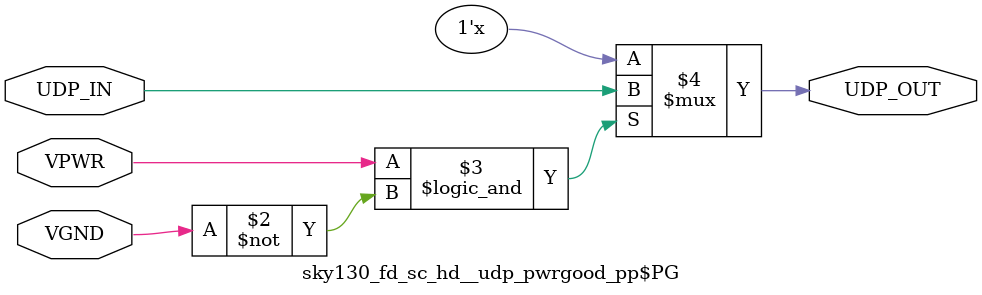
<source format=sv>
`resetall
`default_nettype none
`timescale 1ns / 1ps


/**
 * udp_dff$NSR: Negative edge triggered D flip-flop (Q output UDP)
 *              with both active high reset and set (set dominate).
 */
module sky130_fd_sc_hd__udp_dff$NSR #(parameter UNIT_DELAY=0) (
    Q    ,
    SET  ,
    RESET,
    CLK_N,
    D
);

    output reg Q    ;
    input  wire SET  ;
    input  wire RESET;
    input  wire CLK_N;
    input  wire D    ;

    always @(posedge CLK_N or posedge SET or posedge RESET) begin
        if (SET)
            Q <= #UNIT_DELAY 1;
        else if (RESET)
            Q <= #UNIT_DELAY 0;
        else
            Q <= #UNIT_DELAY D;
    end

`ifdef nope
    table
     // SET RESET CLK_N  D  :  Qt : Qt+1
         0    1     ?    ?  :  ?  :  0    ; // Asserting reset
         0    *     ?    ?  :  0  :  0    ; // Changing reset
         1    ?     ?    ?  :  ?  :  1    ; // Asserting set (dominates reset)
         *    0     ?    ?  :  1  :  1    ; // Changing set
         0    ?    (01)  0  :  ?  :  0    ; // rising clock
         ?    0    (01)  1  :  ?  :  1    ; // rising clock
         0    ?     p    0  :  0  :  0    ; // potential rising clock
         ?    0     p    1  :  1  :  1    ; // potential rising clock
         0    0     n    ?  :  ?  :  -    ; // Clock falling register output does not change
         0    0     ?    *  :  ?  :  -    ; // Changing Data
    endtable
`endif

endmodule


/**
 * udp_dff$NSR_pp$PG$N: Negative edge triggered D flip-flop
 *                      (Q output UDP) with both active high reset and
 *                      set (set dominate). Includes VPWR and VGND
 *                      power pins and notifier pin.
 */
module sky130_fd_sc_hd__udp_dff$NSR_pp$PG$N #(parameter UNIT_DELAY=0) (
    Q       ,
    SET     ,
    RESET   ,
    CLK_N   ,
    D       ,
    NOTIFIER,
    VPWR    ,
    VGND
);

    output reg Q       ;
    input  wire SET     ;
    input  wire RESET   ;
    input  wire CLK_N   ;
    input  wire D       ;
    input  wire NOTIFIER;
    input  wire VPWR    ;
    input  wire VGND    ;

    always @(posedge CLK_N or posedge SET or posedge RESET) begin
        if (SET)
            Q <= #UNIT_DELAY 1;
        else if (RESET)
            Q <= #UNIT_DELAY 0;
        else
            Q <= #UNIT_DELAY D;
    end

`ifdef nope
    table
     //         SET          RESET CLK_N  D  NOTIFIER VPWR VGND :  Qt : Qt+1
                 0             1     b    ?     ?      1    0   :  ?  :  0    ; // Asserting reset
                 0             *     ?    ?     ?      1    0   :  0  :  0    ; // Changing reset
                 1             ?     b    ?     ?      1    0   :  ?  :  1    ; // Asserting set  (dominates reset)
                 *             0     ?    ?     ?      1    0   :  1  :  1    ; // Changing set
                 1             ?     n    ?     ?      1    0   :  1  :  1    ;
                 ?             1     n    ?     ?      1    0   :  0  :  0    ;
                 x             ?     n    ?     ?      1    0   :  1  :  1    ;
                 ?             x     n    ?     ?      1    0   :  0  :  0    ;
                 0             ?    (01)  0     ?      1    0   :  ?  :  0    ; // rising clock
                 ?             0    (01)  1     ?      1    0   :  ?  :  1    ; // rising clock
                 0             ?     p    0     ?      1    0   :  0  :  0    ; // potential rising clock
                 ?             0     p    1     ?      1    0   :  1  :  1    ; // potential rising clock
                 0             ?     x    0     ?      1    0   :  1  :  x    ;
                 ?             0     x    1     ?      1    0   :  0  :  x    ;
                 0             0     n    ?     ?      1    0   :  ?  :  -    ; // Clock falling register output does not change
                 0             0     ?    *     ?      1    0   :  ?  :  -    ; // Changing Data
        // ['IfDef(functional)', '']                 ?             ?     ?    ?     *      1    0   :  ?  :  -    ; // go to - on notify
        // ['Else', '']                 ?             ?     ?    ?     *      1    0   :  ?  :  X    ; // go to X on notify
        // ['EndIfDef(functional)', '']                 ?             ?     ?    ?     ?      *    0   :  ?  :  X    ; // any change on vpwr
                 ?             ?     ?    ?     ?      ?    *   :  ?  :  X    ; // any change on vgnd
    endtable
`endif

endmodule


/**
 * udp_dff$P: Positive edge triggered D flip-flop (Q output UDP).
 *
 */
module sky130_fd_sc_hd__udp_dff$P #(parameter UNIT_DELAY=0) (
    Q  ,
    D  ,
    CLK
);

    output reg Q  ;
    input  wire D  ;
    input  wire CLK;

    always @(posedge CLK) begin
        Q <= #UNIT_DELAY D;
    end

`ifdef nope
    table
     //  D  CLK  :  Qt : Qt+1
         1  (01) :  ?  :  1    ; // clocked data
         0  (01) :  ?  :  0    ;
         1  (x1) :  1  :  1    ; // reducing pessimism
         0  (x1) :  0  :  0    ;
         1  (0x) :  1  :  1    ;
         0  (0x) :  0  :  0    ;
         ?  (1x) :  ?  :  -    ; // no change on falling edge
         ?  (?0) :  ?  :  -    ;
         *   ?   :  ?  :  -    ; // ignore edges on data
    endtable
`endif

endmodule


/**
 * udp_dff$P_pp$PG$N: Positive edge triggered D flip-flop
 *                    (Q output UDP).
 */

module sky130_fd_sc_hd__udp_dff$P_pp$PG$N #(parameter UNIT_DELAY=0) (
    Q       ,
    D       ,
    CLK     ,
    NOTIFIER,
    VPWR    ,
    VGND
);

    output reg Q       ;
    input  wire D       ;
    input  wire CLK     ;
    input  wire NOTIFIER;
    input  wire VPWR    ;
    input  wire VGND    ;

    always @(posedge CLK) begin
        Q <= #UNIT_DELAY D;
    end

`ifdef nope
    table
     //          D           CLK  NOTIFIER VPWR VGND :  Qt : Qt+1
                 1           (01)    ?      1    0   :  ?  :  1    ; // clocked data
                 0           (01)    ?      1    0   :  ?  :  0    ;
                 1           (x1)    ?      1    0   :  1  :  1    ; // reducing pessimism
                 0           (x1)    ?      1    0   :  0  :  0    ;
                 1           (0x)    ?      1    0   :  1  :  1    ;
                 0           (0x)    ?      1    0   :  0  :  0    ;
                 0            x      ?      1    0   :  0  :  0    ; // Hold when CLK=X and D=Q
                 1            x      ?      1    0   :  1  :  1    ; // Hold when CLK=X and D=Q
                 ?           (?0)    ?      1    0   :  ?  :  -    ;
                 *            b      ?      1    0   :  ?  :  -    ; // ignore edges on data
        // ['IfDef(functional)', '']                 ?            ?      *      1    0   :  ?  :  -    ;
        // ['Else', '']                 ?            ?      *      1    0   :  ?  :  x    ;
        // ['EndIfDef(functional)', '']                 ?            ?      ?      *    ?   :  ?  :  x    ; // any change on vpwr
                 ?            ?      ?      ?    *   :  ?  :  x    ; // any change on vgnd
    endtable
`endif

endmodule


/**
 * udp_dff$PR: Positive edge triggered D flip-flop with active high
 */
module sky130_fd_sc_hd__udp_dff$PR #(parameter UNIT_DELAY=0) (
    Q    ,
    D    ,
    CLK  ,
    RESET
);

    output reg Q    ;
    input  wire D    ;
    input  wire CLK  ;
    input  wire RESET;

    always @(posedge CLK or posedge RESET) begin
        if (RESET)
            Q <= #UNIT_DELAY 0;
        else
            Q <= #UNIT_DELAY D;
    end

`ifdef nope
    table
     //  D  CLK  RESET :  Qt : Qt+1
         *   b     0   :  ?  :  -    ; // data event, hold unless CP==x
         ?  (?0)   0   :  ?  :  -    ; // CP => 0, hold
         ?   b    (?0) :  ?  :  -    ; // R => 0, hold unless CP==x
         ?   ?     1   :  ?  :  0    ; // async reset
         0   r     ?   :  ?  :  0    ; // clock data on CP
         1   r     0   :  ?  :  1    ; // clock data on CP
         0  (x1)   ?   :  0  :  0    ; // possible CP, hold when D==Q==0
         1  (x1)   0   :  1  :  1    ; // possible CP, hold when D==Q==1
         0   x     ?   :  0  :  0    ; // unkown CP, hold when D==Q==0
         1   x     0   :  1  :  1    ; // unkown CP, hold when D==Q==1
         ?   b    (?x) :  0  :  0    ; // R=>x, hold when Q==0 unless CP==x
    endtable
`endif

endmodule


/**
 * udp_dff$PR_pp$PG$N: Positive edge triggered D flip-flop with active
 *                     high
 */
module sky130_fd_sc_hd__udp_dff$PR_pp$PG$N #(parameter UNIT_DELAY=0) (
    Q       ,
    D       ,
    CLK     ,
    RESET   ,
    NOTIFIER,
    VPWR    ,
    VGND
);

    output reg Q       ;
    input  wire D       ;
    input  wire CLK     ;
    input  wire RESET   ;
    input  wire NOTIFIER;
    input  wire VPWR    ;
    input  wire VGND    ;

    always @(posedge CLK or posedge RESET) begin
        if (RESET)
            Q <= #UNIT_DELAY 0;
        else
            Q <= #UNIT_DELAY D;
    end

`ifdef nope
    table
     //          D           CLK  RESET NOTIFIER VPWR VGND :  Qt : Qt+1
                 *            b     0      ?      1    0   :  ?  :  -    ; // data event, hold unless CP==x
                 ?           (?0)   0      ?      1    0   :  ?  :  -    ; // CP => 0, hold
                 ?            b    (?0)    ?      1    0   :  ?  :  -    ; // R => 0, hold unless CP==x
                 ?            ?     1      ?      1    0   :  ?  :  0    ; // async reset
                 0            r     ?      ?      1    0   :  ?  :  0    ; // clock data on CP
                 1            r     0      ?      1    0   :  ?  :  1    ; // clock data on CP
                 0           (x1)   ?      ?      1    0   :  0  :  0    ; // possible CP, hold when D==Q==0
                 1           (x1)   0      ?      1    0   :  1  :  1    ; // possible CP, hold when D==Q==1
                 0            x     ?      ?      1    0   :  0  :  0    ; // unkown CP, hold when D==Q==0
                 1            x     0      ?      1    0   :  1  :  1    ; // unkown CP, hold when D==Q==1
                 ?            b    (?x)    ?      1    0   :  0  :  0    ; // R=>x, hold when Q==0 unless CP==x
                 ?           (?0)   x      ?      1    0   :  0  :  0    ;
        // ['IfDef(functional)', '']                 ?            ?     ?      *      1    0   :  ?  :  -    ; // Q => - on any change on notifier
        // ['Else', '']                 ?            ?     ?      *      1    0   :  ?  :  x    ; // Q => X on any change on notifier
        // ['EndIfDef(functional)', '']                 ?            ?     ?      ?      *    ?   :  ?  :  x    ; // Q => X on any change on vpwr
                 ?            ?     ?      ?      ?    *   :  ?  :  x    ; // Q => X on any change on vgnd
    endtable
`endif

endmodule


/**
 * udp_dff$PS: Positive edge triggered D flip-flop with active high
 */
module sky130_fd_sc_hd__udp_dff$PS #(parameter UNIT_DELAY=0) (
    Q  ,
    D  ,
    CLK,
    SET
);

    output reg Q  ;
    input  wire D  ;
    input  wire CLK;
    input  wire SET;

    always @(posedge CLK or posedge SET) begin
        if (SET)
            Q <= #UNIT_DELAY 1;
        else
            Q <= #UNIT_DELAY D;
    end

`ifdef nope
    table
     //  D  CLK  SET  :  Qt : Qt+1
         *   b    0   :  ?  :  -    ; // data event, hold unless CP==x
         ?  (?0)  0   :  ?  :  -    ; // CP => 0, hold
         ?   b   (?0) :  ?  :  -    ; // S => 0, hold unless CP==x
         ?   ?    1   :  ?  :  1    ; // async set
         0   r    0   :  ?  :  0    ; // clock data on CP
         1   r    ?   :  ?  :  1    ; // clock data on CP
         0  (x1)  0   :  0  :  0    ; // possible CP, hold when D==Q==0
         1  (x1)  ?   :  1  :  1    ; // possible CP, hold when D==Q==1
         0   x    0   :  0  :  0    ; // unkown CP, hold when D==Q==0
         1   x    ?   :  1  :  1    ; // unkown CP, hold when D==Q==1
         ?   b   (?x) :  1  :  1    ; // S=>x, hold when Q==1 unless CP==x
    endtable
`endif

endmodule


/**
 * udp_dff$PS_pp$PG$N: Positive edge triggered D flip-flop with active
 *                     high
 */
module sky130_fd_sc_hd__udp_dff$PS_pp$PG$N #(parameter UNIT_DELAY=0) (
    Q       ,
    D       ,
    CLK     ,
    SET     ,
    NOTIFIER,
    VPWR    ,
    VGND
);

    output reg Q       ;
    input  wire D       ;
    input  wire CLK     ;
    input  wire SET     ;
    input  wire NOTIFIER;
    input  wire VPWR    ;
    input  wire VGND    ;

    always @(posedge CLK or posedge SET) begin
        if (SET)
            Q <= #UNIT_DELAY 1;
        else
            Q <= #UNIT_DELAY D;
    end

`ifdef nope
    table
     //          D           CLK  SET  NOTIFIER VPWR VGND :  Qt : Qt+1
                 *            b    0      ?      1    0   :  ?  :  -    ; // data event, hold unless CP==x
                 ?           (?0)  0      ?      1    0   :  ?  :  -    ; // CP => 0, hold
                 ?            b   (?0)    ?      1    0   :  ?  :  -    ; // S => 0, hold unless CP==x
                 ?            ?    1      ?      1    0   :  ?  :  1    ; // async set
                 0            r    0      ?      1    0   :  ?  :  0    ; // clock data on CP
                 1            r    ?      ?      1    0   :  ?  :  1    ; // clock data on CP
                 0           (x1)  0      ?      1    0   :  0  :  0    ; // possible CP, hold when D==Q==0
                 1           (x1)  ?      ?      1    0   :  1  :  1    ; // possible CP, hold when D==Q==1
                 0            x    0      ?      1    0   :  0  :  0    ; // unkown CP, hold when D==Q==0
                 1            x    ?      ?      1    0   :  1  :  1    ; // unkown CP, hold when D==Q==1
                 ?            b   (?x)    ?      1    0   :  1  :  1    ; // S=>x, hold when Q==1 unless CP==x
                 ?           (?0)  x      ?      1    0   :  1  :  1    ;
        // ['IfDef(functional)', '']                 ?            ?    ?      *      1    0   :  ?  :  -    ; // Q => - on any change on notifier
        // ['Else', '']                 ?            ?    ?      *      1    0   :  ?  :  x    ; // Q => X on any change on notifier
        // ['EndIfDef(functional)', '']                 ?            ?    ?      ?      *    ?   :  ?  :  x    ; // Q => X on any change on vpwr
                 ?            ?    ?      ?      ?    *   :  ?  :  x    ; // Q => X on any change on vgnd
    endtable
`endif

endmodule


/**
 * udp_dlatch$lP: D-latch, gated standard drive / active high
 *                (Q output UDP)
 */
module sky130_fd_sc_hd__udp_dlatch$lP (
    Q   ,
    D   ,
    GATE
);

    output reg Q   ;
    input  wire D   ;
    input  wire GATE;

    always_latch begin
        if (GATE)
            Q = D;
    end

`ifdef nope
    table
     //  D  GATE :  Qt : Qt+1
         ?   0   :  ?  :  -    ; // hold
         0   1   :  ?  :  0    ; // pass 0
         1   1   :  ?  :  1    ; // pass 1
         0   x   :  0  :  0    ; // reduce pessimism
         1   x   :  1  :  1    ; // reduce pessimism
    endtable
`endif

endmodule


/**
 * udp_dlatch$lP_pp$PG$N: D-latch, gated standard drive / active high
 *                        (Q output UDP)
 */
module sky130_fd_sc_hd__udp_dlatch$lP_pp$PG$N (
    Q       ,
    D       ,
    GATE    ,
    NOTIFIER,
    VPWR    ,
    VGND
);

    output reg Q       ;
    input  wire D       ;
    input  wire GATE    ;
    input  wire NOTIFIER;
    input  wire VPWR    ;
    input  wire VGND    ;

    always_latch begin
        if (GATE)
            Q = D;
    end

`ifdef nope
    table
     //          D           GATE NOTIFIER VPWR VGND : Qtn : Qtn+1
                 *            0      ?      1    0   :  ?  :   -    ;
                 ?           (?0)    ?      1    0   :  ?  :   -    ;
                 ?           (1x)    ?      1    0   :  ?  :   -    ;
                 0           (0x)    ?      1    0   :  0  :   0    ;
                 1           (0x)    ?      1    0   :  1  :   1    ;
                 0           (x1)    ?      1    0   :  ?  :   0    ;
                 1           (x1)    ?      1    0   :  ?  :   1    ;
                (?0)          1      ?      1    0   :  ?  :   0    ;
                (?1)          1      ?      1    0   :  ?  :   1    ;
                 0           (01)    ?      1    0   :  ?  :   0    ;
                 1           (01)    ?      1    0   :  ?  :   1    ;
                (?1)          x      ?      1    0   :  1  :   1    ; // Reducing pessimism.
                (?0)          x      ?      1    0   :  0  :   0    ;
        // ['IfDef(functional)', '']                 ?            ?      *      1    0   :  ?  :   -    ;
        // ['Else', '']                 ?            ?      *      1    0   :  ?  :   x    ;
        // ['EndIfDef(functional)', '']                 ?            ?      ?      *    ?   :  ?  :   x    ; // any change on vpwr
                 ?            ?      ?      ?    *   :  ?  :   x    ; // any change on vgnd
    endtable
`endif

endmodule


/**
 * udp_dlatch$P: D-latch, gated standard drive / active high
 *               (Q output UDP)
 */
module sky130_fd_sc_hd__udp_dlatch$P (
    Q   ,
    D   ,
    GATE
);

    output reg Q   ;
    input  wire D   ;
    input  wire GATE;

    always_latch begin
        if (GATE)
            Q = D;
    end

`ifdef nope
    table
     //  D  GATE :  Qt : Qt+1
         ?   0   :  ?  :  -    ; // hold
         0   1   :  ?  :  0    ; // pass 0
         1   1   :  ?  :  1    ; // pass 1
         0   x   :  0  :  0    ; // reduce pessimism
         1   x   :  1  :  1    ; // reduce pessimism
    endtable
`endif
endmodule


/**
 * udp_dlatch$P_pp$PG$N: D-latch, gated standard drive / active high
 *                       (Q output UDP)
 */
module sky130_fd_sc_hd__udp_dlatch$P_pp$PG$N (
    Q       ,
    D       ,
    GATE    ,
    NOTIFIER,
    VPWR    ,
    VGND
);

    output reg Q       ;
    input  wire D       ;
    input  wire GATE    ;
    input  wire NOTIFIER;
    input  wire VPWR    ;
    input  wire VGND    ;

    always_latch begin
        if (GATE)
            Q = D;
    end

`ifdef nope
    table
     //          D           GATE NOTIFIER VPWR VGND : Qtn : Qtn+1
                 *            0      ?      1    0   :  ?  :   -    ;
                 ?           (?0)    ?      1    0   :  ?  :   -    ;
                 ?           (1x)    ?      1    0   :  ?  :   -    ;
                 0           (0x)    ?      1    0   :  0  :   0    ;
                 1           (0x)    ?      1    0   :  1  :   1    ;
                 0           (x1)    ?      1    0   :  ?  :   0    ;
                 1           (x1)    ?      1    0   :  ?  :   1    ;
                (?0)          1      ?      1    0   :  ?  :   0    ;
                (?1)          1      ?      1    0   :  ?  :   1    ;
                 0           (01)    ?      1    0   :  ?  :   0    ;
                 1           (01)    ?      1    0   :  ?  :   1    ;
                (?1)          x      ?      1    0   :  1  :   1    ; // Reducing pessimism.
                (?0)          x      ?      1    0   :  0  :   0    ;
        // ['IfDef(functional)', '']                 ?            ?      *      1    0   :  ?  :   -    ;
        // ['Else', '']                 ?            ?      *      1    0   :  ?  :   x    ;
        // ['EndIfDef(functional)', '']                 0            1      ?     (?1)  0   :  ?  :   0    ;
                 1            1      ?     (?1)  0   :  ?  :   1    ;
                 0            1      ?      1   (?0) :  ?  :   0    ;
                 1            1      ?      1   (?0) :  ?  :   1    ;
    endtable
`endif

endmodule


/**
 * udp_dlatch$PR: D-latch, gated clear direct / gate active high
 *                (Q output UDP)
 */
module sky130_fd_sc_hd__udp_dlatch$PR (
    Q    ,
    D    ,
    GATE ,
    RESET
);

    output reg Q    ;
    input  wire D    ;
    input  wire GATE ;
    input  wire RESET;

    always_latch begin
        if (RESET)
            Q = 0;
        else if (GATE)
            Q = D;
    end

`ifdef nope
    table
     //  D  GATE RESET :  Qt : Qt+1
         ?   0     0   :  ?  :  -    ; // hold
         0   1     0   :  ?  :  0    ; // pass 0
         1   1     0   :  ?  :  1    ; // pass 1
         ?   ?     1   :  ?  :  0    ; // async reset
         0   1     ?   :  ?  :  0    ; // reduce pessimism
         0   x     0   :  0  :  0    ; // reduce pessimism
         1   x     0   :  1  :  1    ; // reduce pessimism
         ?   0     x   :  0  :  0    ; // reduce pessimism
         0   x     x   :  0  :  0    ; // reduce pessimism
    endtable
`endif
endmodule


/**
 * udp_dlatch$PR_pp$PG$N: D-latch, gated clear direct / gate active
 *                        high (Q output UDP)
 */
module sky130_fd_sc_hd__udp_dlatch$PR_pp$PG$N (
    Q       ,
    D       ,
    GATE    ,
    RESET   ,
    NOTIFIER,
    VPWR    ,
    VGND
);

    output reg Q       ;
    input  wire D       ;
    input  wire GATE    ;
    input  wire RESET   ;
    input  wire NOTIFIER;
    input  wire VPWR    ;
    input  wire VGND    ;

    always_latch begin
        if (RESET)
            Q = 0;
        else if (GATE)
            Q = D;
    end

`ifdef nope
    table
     //          D           GATE RESET NOTIFIER VPWR VGND :  Qt : Qt+1
                 *            0     0      ?      1    0   :  ?  :  -    ;
                 ?            ?     1      ?      1    0   :  ?  :  0    ; // asynchro clear
                 ?           (?0)   0      ?      1    0   :  ?  :  -    ; // Changed R=? to R=0 ; jek 08/14/06/
                 ?           (1x)   0      ?      1    0   :  ?  :  -    ; // Changed R=? to R=0 ; jek 08/14/06
                 0           (0x)   0      ?      1    0   :  0  :  0    ;
                 1           (0x)   0      ?      1    0   :  1  :  1    ;
                 0           (x1)   0      ?      1    0   :  ?  :  0    ;
                 1           (x1)   0      ?      1    0   :  ?  :  1    ;
                (?0)          1     0      ?      1    0   :  ?  :  0    ;
                (?1)          1     0      ?      1    0   :  ?  :  1    ;
                 0           (01)   0      ?      1    0   :  ?  :  0    ;
                 1           (01)   0      ?      1    0   :  ?  :  1    ;
                 ?            0    (?x)    ?      1    0   :  0  :  0    ; // Reducing pessimism.//AB
                 *            0     x      ?      1    0   :  0  :  0    ; // Reducing pessimism//AB
                 0           (?1)   x      ?      1    0   :  ?  :  0    ; // Reducing pessimism.
                (?0)          1     x      ?      1    0   :  ?  :  0    ; // Reducing pessimism.
                 0            1    (?x)    ?      1    0   :  ?  :  0    ; // Reducing pessimism.//AB
                 ?            0    (?0)    ?      1    0   :  ?  :  -    ; // ignore edge on clear
                 0            1    (?0)    ?      1    0   :  ?  :  0    ; // pessimism .
                 1            1    (?0)    ?      1    0   :  ?  :  1    ;
                (?1)          x     0      ?      1    0   :  1  :  1    ; // Reducing pessimism.
                (?0)          x     0      ?      1    0   :  0  :  0    ; // Reducing pessimism.
        // ['IfDef(functional)', '']                 ?            ?     ?      *      1    0   :  ?  :  -    ;
        // ['Else', '']                 ?            ?     ?      *      1    0   :  ?  :  x    ;
        // ['EndIfDef(functional)', '']                 0            1     0      ?     (?1)  0   :  ?  :  0    ;
                 1            1     0      ?     (?1)  0   :  ?  :  1    ;
                 0            1     0      ?      1   (?0) :  ?  :  0    ;
                 1            1     0      ?      1   (?0) :  ?  :  1    ;
    endtable
`endif

endmodule


/**
 * udp_mux_2to1: Two to one multiplexer
 */
module sky130_fd_sc_hd__udp_mux_2to1 (
    X ,
    A0,
    A1,
    S
);

    output wire X ;
    input  wire A0;
    input  wire A1;
    input  wire S ;

    assign X = S ? A1 : A0;

`ifdef nope
    table
     //  A0  A1  S  :  X
         0   0   ?  :  0   ;
         1   1   ?  :  1   ;
         0   ?   0  :  0   ;
         1   ?   0  :  1   ;
         ?   0   1  :  0   ;
         ?   1   1  :  1   ;
    endtable
`endif

endmodule


/**
 * udp_mux_2to1_N: Two to one multiplexer with inverting output
 */
module sky130_fd_sc_hd__udp_mux_2to1_N (
    Y ,
    A0,
    A1,
    S
);

    output wire Y ;
    input  wire A0;
    input  wire A1;
    input  wire S ;

    assign Y = !(S ? A1 : A0);

`ifdef nope
    table
     //  A0  A1  S  :  Y
         0   ?   0  :  1   ;
         1   ?   0  :  0   ;
         ?   0   1  :  1   ;
         ?   1   1  :  0   ;
         0   0   ?  :  1   ;
         1   1   ?  :  0   ;
    endtable
`endif

endmodule


/**
 * udp_mux_4to2: Four to one multiplexer with 2 select controls
 *
 */
module sky130_fd_sc_hd__udp_mux_4to2 (
    X ,
    A0,
    A1,
    A2,
    A3,
    S0,
    S1
);

    output wire X ;
    input  wire A0;
    input  wire A1;
    input  wire A2;
    input  wire A3;
    input  wire S0;
    input  wire S1;

    assign X = S1 ? (S0 ? A3 : A2) : (S0 ? A1 : A0);

`ifdef nope
    table
     //  A0  A1  A2  A3  S0  S1 :  X
         0   ?   ?   ?   0   0  :  0   ;
         1   ?   ?   ?   0   0  :  1   ;
         ?   0   ?   ?   1   0  :  0   ;
         ?   1   ?   ?   1   0  :  1   ;
         ?   ?   0   ?   0   1  :  0   ;
         ?   ?   1   ?   0   1  :  1   ;
         ?   ?   ?   0   1   1  :  0   ;
         ?   ?   ?   1   1   1  :  1   ;
         0   0   0   0   ?   ?  :  0   ;
         1   1   1   1   ?   ?  :  1   ;
         0   0   ?   ?   ?   0  :  0   ;
         1   1   ?   ?   ?   0  :  1   ;
         ?   ?   0   0   ?   1  :  0   ;
         ?   ?   1   1   ?   1  :  1   ;
         0   ?   0   ?   0   ?  :  0   ;
         1   ?   1   ?   0   ?  :  1   ;
         ?   0   ?   0   1   ?  :  0   ;
         ?   1   ?   1   1   ?  :  1   ;
    endtable
`endif
endmodule


/**
 *   UDP_OUT :=x when VGND!=0
 *   UDP_OUT :=UDP_IN when VGND==0
 *
 */
module sky130_fd_sc_hd__udp_pwrgood$l_pp$G (
    UDP_OUT,
    UDP_IN ,
    VGND
);

    output wire UDP_OUT;
    input  wire UDP_IN ;
    input  wire VGND   ;

    assign UDP_OUT = (VGND == 1'b0) ? UDP_IN : 1'bx;

`ifdef nope
    table
     // UDP_IN VGND : out
          0     0   :  0   ;
          1     0   :  1   ;
          x     0   :  x   ;
          ?     1   :  x   ;
          ?     x   :  x   ;
    endtable
`endif
endmodule


/**
 *   UDP_OUT :=x when VPWR!=1 or VGND!=0
 *   UDP_OUT :=UDP_IN when VPWR==1 and VGND==0
 *
 */
module sky130_fd_sc_hd__udp_pwrgood$l_pp$PG (
    UDP_OUT,
    UDP_IN ,
    VPWR   ,
    VGND
);

    assign UDP_OUT = (VPWR == 1'b1 && VGND == 1'b0) ? UDP_IN : 1'bx;

    output wire UDP_OUT;
    input  wire UDP_IN ;
    input  wire VPWR   ;
    input  wire VGND   ;

`ifdef nope
    table
     // UDP_IN VPWR VGND : out
          0     1    0   :  0   ;
          1     1    0   :  1   ;
          x     1    0   :  x   ;
          ?     0    0   :  x   ;
          ?     1    1   :  x   ;
          ?     x    0   :  x   ;
          ?     1    x   :  x   ;
    endtable
`endif
endmodule


/**
 *   UDP_OUT :=x when VPWR!=1 or VGND!=0
 *   UDP_OUT :=UDP_IN when VPWR==1 and VGND==0
 *
 */
module sky130_fd_sc_hd__udp_pwrgood$l_pp$PG$S (
    UDP_OUT,
    UDP_IN ,
    VPWR   ,
    VGND   ,
    SLEEP
);

    output wire UDP_OUT;
    input  wire UDP_IN ;
    input  wire VPWR   ;
    input  wire VGND   ;
    input  wire SLEEP  ;

    assign UDP_OUT = (VPWR == 1'b1 && VGND == 1'b0 && SLEEP == 1'b0) ? UDP_IN :
                     (VGND == 1'b0 && SLEEP == 1'b1) ? 1'b0 : 'bx;

`ifdef nope
    table
     // UDP_IN VPWR VGND SLEEP : out
          0     1    0     ?   :  0   ;
          1     1    0     0   :  1   ;
          x     1    0     0   :  x   ;
          ?     0    0     0   :  x   ;
          ?     1    1     0   :  x   ;
          ?     x    0     0   :  x   ;
          ?     1    x     0   :  x   ;
          ?     ?    0     1   :  0   ;
          ?     ?    1     1   :  x   ;
          ?     ?    x     1   :  x   ;
    endtable
`endif
endmodule


/**
 *   UDP_OUT :=x when VPWR!=1
 *   UDP_OUT :=UDP_IN when VPWR==1
 *
 */
module sky130_fd_sc_hd__udp_pwrgood_pp$G (
    UDP_OUT,
    UDP_IN ,
    VGND
);

    output wire UDP_OUT;
    input  wire UDP_IN ;
    input  wire VGND   ;

    assign UDP_OUT = (VGND == 1'b0) ? UDP_IN : 1'bx;

`ifdef nope
    table
     // UDP_IN VPWR : UDP_OUT
          0     0   :    0     ;
          1     0   :    1     ;
          ?     1   :    x     ;
          ?     x   :    x     ;
    endtable
`endif
endmodule

/**
 *   UDP_OUT :=x when VPWR!=1
 *   UDP_OUT :=UDP_IN when VPWR==1
 *
 */
module sky130_fd_sc_hd__udp_pwrgood_pp$P (
    UDP_OUT,
    UDP_IN ,
    VPWR
);

    output wire UDP_OUT;
    input  wire UDP_IN ;
    input  wire VPWR   ;

    assign UDP_OUT = (VPWR == 1'b1) ? UDP_IN : 1'bx;

`ifdef nope
    table
     // UDP_IN VPWR : UDP_OUT
          0     1   :    0     ;
          1     1   :    1     ;
          ?     0   :    x     ;
          ?     x   :    x     ;
    endtable
`endif
endmodule


/**
 *   UDP_OUT :=x when VPWR!=1 or VGND!=0
 *   UDP_OUT :=UDP_IN when VPWR==1 and VGND==0
 *
 */
module sky130_fd_sc_hd__udp_pwrgood_pp$PG (
    UDP_OUT,
    UDP_IN ,
    VPWR   ,
    VGND
);

    output wire UDP_OUT;
    input  wire UDP_IN ;
    input  wire VPWR   ;
    input  wire VGND   ;

    assign UDP_OUT = (VPWR == 1'b1 && VGND == 1'b0) ? UDP_IN : 1'bx;

`ifdef nope
    table
     // UDP_IN VPWR VGND : out
          0     1    0   :  0   ;
          1     1    0   :  1   ;
          x     1    0   :  x   ;
          ?     0    0   :  x   ;
          ?     1    1   :  x   ;
          ?     x    0   :  x   ;
          ?     1    x   :  x   ;
    endtable
`endif
endmodule
`resetall

</source>
